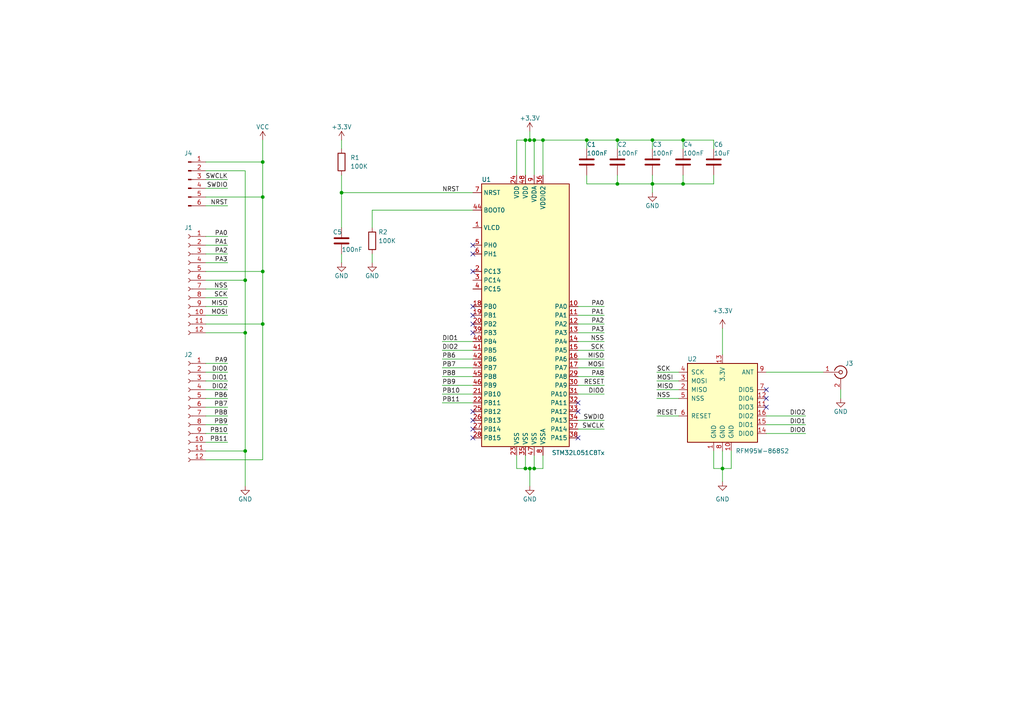
<source format=kicad_sch>
(kicad_sch (version 20211123) (generator eeschema)
  (paper "A4")
  (lib_symbols
    (symbol "Connector:Conn_01x06_Male" (pin_names (offset 1.016) hide)
      (property "Reference" "J" (at 0 7.62 0))
      (property "Value" "Conn_01x06_Male" (at 0 -10.16 0))
      (symbol "Conn_01x06_Male_1_1"
        (polyline (pts (xy 1.27 -7.62) (xy 0.8636 -7.62)) (stroke (width 0.1524)))
        (polyline (pts (xy 1.27 -5.08) (xy 0.8636 -5.08)) (stroke (width 0.1524)))
        (polyline (pts (xy 1.27 -2.54) (xy 0.8636 -2.54)) (stroke (width 0.1524)))
        (polyline (pts (xy 1.27 0) (xy 0.8636 0)) (stroke (width 0.1524)))
        (polyline (pts (xy 1.27 2.54) (xy 0.8636 2.54)) (stroke (width 0.1524)))
        (polyline (pts (xy 1.27 5.08) (xy 0.8636 5.08)) (stroke (width 0.1524)))
        (rectangle (start 0.8636 -7.493) (end 0 -7.747) (stroke (width 0.1524)) (fill (type outline)))
        (rectangle (start 0.8636 -4.953) (end 0 -5.207) (stroke (width 0.1524)) (fill (type outline)))
        (rectangle (start 0.8636 -2.413) (end 0 -2.667) (stroke (width 0.1524)) (fill (type outline)))
        (rectangle (start 0.8636 0.127) (end 0 -0.127) (stroke (width 0.1524)) (fill (type outline)))
        (rectangle (start 0.8636 2.667) (end 0 2.413) (stroke (width 0.1524)) (fill (type outline)))
        (rectangle (start 0.8636 5.207) (end 0 4.953) (stroke (width 0.1524)) (fill (type outline)))
        (pin passive line (at 5.08 5.08 180) (length 3.81) (name "Pin_1") (number "1"))
        (pin passive line (at 5.08 2.54 180) (length 3.81) (name "Pin_2") (number "2"))
        (pin passive line (at 5.08 0 180) (length 3.81) (name "Pin_3") (number "3"))
        (pin passive line (at 5.08 -2.54 180) (length 3.81) (name "Pin_4") (number "4"))
        (pin passive line (at 5.08 -5.08 180) (length 3.81) (name "Pin_5") (number "5"))
        (pin passive line (at 5.08 -7.62 180) (length 3.81) (name "Pin_6") (number "6"))
      )
    )
    (symbol "Connector:Conn_01x12_Female" (pin_names (offset 1.016) hide)
      (property "Reference" "J" (at 0 15.24 0))
      (property "Value" "Conn_01x12_Female" (at 0 -17.78 0))
      (symbol "Conn_01x12_Female_1_1"
        (arc (start 0 -14.732) (mid -0.508 -15.24) (end 0 -15.748) (stroke (width 0.1524)))
        (arc (start 0 -12.192) (mid -0.508 -12.7) (end 0 -13.208) (stroke (width 0.1524)))
        (arc (start 0 -9.652) (mid -0.508 -10.16) (end 0 -10.668) (stroke (width 0.1524)))
        (arc (start 0 -7.112) (mid -0.508 -7.62) (end 0 -8.128) (stroke (width 0.1524)))
        (arc (start 0 -4.572) (mid -0.508 -5.08) (end 0 -5.588) (stroke (width 0.1524)))
        (arc (start 0 -2.032) (mid -0.508 -2.54) (end 0 -3.048) (stroke (width 0.1524)))
        (polyline (pts (xy -1.27 -15.24) (xy -0.508 -15.24)) (stroke (width 0.1524)))
        (polyline (pts (xy -1.27 -12.7) (xy -0.508 -12.7)) (stroke (width 0.1524)))
        (polyline (pts (xy -1.27 -10.16) (xy -0.508 -10.16)) (stroke (width 0.1524)))
        (polyline (pts (xy -1.27 -7.62) (xy -0.508 -7.62)) (stroke (width 0.1524)))
        (polyline (pts (xy -1.27 -5.08) (xy -0.508 -5.08)) (stroke (width 0.1524)))
        (polyline (pts (xy -1.27 -2.54) (xy -0.508 -2.54)) (stroke (width 0.1524)))
        (polyline (pts (xy -1.27 0) (xy -0.508 0)) (stroke (width 0.1524)))
        (polyline (pts (xy -1.27 2.54) (xy -0.508 2.54)) (stroke (width 0.1524)))
        (polyline (pts (xy -1.27 5.08) (xy -0.508 5.08)) (stroke (width 0.1524)))
        (polyline (pts (xy -1.27 7.62) (xy -0.508 7.62)) (stroke (width 0.1524)))
        (polyline (pts (xy -1.27 10.16) (xy -0.508 10.16)) (stroke (width 0.1524)))
        (polyline (pts (xy -1.27 12.7) (xy -0.508 12.7)) (stroke (width 0.1524)))
        (arc (start 0 0.508) (mid -0.508 0) (end 0 -0.508) (stroke (width 0.1524)))
        (arc (start 0 3.048) (mid -0.508 2.54) (end 0 2.032) (stroke (width 0.1524)))
        (arc (start 0 5.588) (mid -0.508 5.08) (end 0 4.572) (stroke (width 0.1524)))
        (arc (start 0 8.128) (mid -0.508 7.62) (end 0 7.112) (stroke (width 0.1524)))
        (arc (start 0 10.668) (mid -0.508 10.16) (end 0 9.652) (stroke (width 0.1524)))
        (arc (start 0 13.208) (mid -0.508 12.7) (end 0 12.192) (stroke (width 0.1524)))
        (pin passive line (at -5.08 12.7 0) (length 3.81) (name "Pin_1") (number "1"))
        (pin passive line (at -5.08 -10.16 0) (length 3.81) (name "Pin_10") (number "10"))
        (pin passive line (at -5.08 -12.7 0) (length 3.81) (name "Pin_11") (number "11"))
        (pin passive line (at -5.08 -15.24 0) (length 3.81) (name "Pin_12") (number "12"))
        (pin passive line (at -5.08 10.16 0) (length 3.81) (name "Pin_2") (number "2"))
        (pin passive line (at -5.08 7.62 0) (length 3.81) (name "Pin_3") (number "3"))
        (pin passive line (at -5.08 5.08 0) (length 3.81) (name "Pin_4") (number "4"))
        (pin passive line (at -5.08 2.54 0) (length 3.81) (name "Pin_5") (number "5"))
        (pin passive line (at -5.08 0 0) (length 3.81) (name "Pin_6") (number "6"))
        (pin passive line (at -5.08 -2.54 0) (length 3.81) (name "Pin_7") (number "7"))
        (pin passive line (at -5.08 -5.08 0) (length 3.81) (name "Pin_8") (number "8"))
        (pin passive line (at -5.08 -7.62 0) (length 3.81) (name "Pin_9") (number "9"))
      )
    )
    (symbol "Connector:Conn_Coaxial" (pin_names (offset 1.016) hide)
      (property "Reference" "J" (at 0.254 3.048 0))
      (property "Value" "Conn_Coaxial" (at 2.921 0 90))
      (symbol "Conn_Coaxial_0_1"
        (arc (start -1.778 -0.508) (mid 0.2311 -1.8066) (end 1.778 0) (stroke (width 0.254)))
        (polyline (pts (xy -2.54 0) (xy -0.508 0)))
        (polyline (pts (xy 0 -2.54) (xy 0 -1.778)))
        (circle (center 0 0) (radius 0.508) (stroke (width 0.2032)))
        (arc (start 1.778 0) (mid 0.2099 1.8101) (end -1.778 0.508) (stroke (width 0.254)))
      )
      (symbol "Conn_Coaxial_1_1"
        (pin passive line (at -5.08 0 0) (length 2.54) (name "In") (number "1"))
        (pin passive line (at 0 -5.08 90) (length 2.54) (name "Ext") (number "2"))
      )
    )
    (symbol "Device:C" (pin_numbers hide) (pin_names (offset 0.254))
      (property "Reference" "C" (at 0.635 2.54 0))
      (property "Value" "C" (at 0.635 -2.54 0))
      (symbol "C_0_1"
        (polyline (pts (xy -2.032 -0.762) (xy 2.032 -0.762)) (stroke (width 0.508)))
        (polyline (pts (xy -2.032 0.762) (xy 2.032 0.762)) (stroke (width 0.508)))
      )
      (symbol "C_1_1"
        (pin passive line (at 0 3.81 270) (length 2.794) (name "~") (number "1"))
        (pin passive line (at 0 -3.81 90) (length 2.794) (name "~") (number "2"))
      )
    )
    (symbol "Device:R" (pin_numbers hide) (pin_names (offset 0))
      (property "Reference" "R" (at 2.032 0 90))
      (property "Value" "R" (at 0 0 90))
      (symbol "R_0_1"
        (rectangle (start -1.016 -2.54) (end 1.016 2.54) (stroke (width 0.254)))
      )
      (symbol "R_1_1"
        (pin passive line (at 0 3.81 270) (length 1.27) (name "~") (number "1"))
        (pin passive line (at 0 -3.81 90) (length 1.27) (name "~") (number "2"))
      )
    )
    (symbol "MCU_ST_STM32L0:STM32L051C8Tx"
      (property "Reference" "U" (at -12.7 39.37 0))
      (property "Value" "STM32L051C8Tx" (at 7.62 39.37 0))
      (symbol "STM32L051C8Tx_0_1"
        (rectangle (start -12.7 -38.1) (end 12.7 38.1) (stroke (width 0.254)) (fill (type background)))
      )
      (symbol "STM32L051C8Tx_1_1"
        (pin power_in line (at -15.24 25.4 0) (length 2.54) (name "VLCD") (number "1"))
        (pin bidirectional line (at 15.24 2.54 180) (length 2.54) (name "PA0") (number "10"))
        (pin bidirectional line (at 15.24 0 180) (length 2.54) (name "PA1") (number "11"))
        (pin bidirectional line (at 15.24 -2.54 180) (length 2.54) (name "PA2") (number "12"))
        (pin bidirectional line (at 15.24 -5.08 180) (length 2.54) (name "PA3") (number "13"))
        (pin bidirectional line (at 15.24 -7.62 180) (length 2.54) (name "PA4") (number "14"))
        (pin bidirectional line (at 15.24 -10.16 180) (length 2.54) (name "PA5") (number "15"))
        (pin bidirectional line (at 15.24 -12.7 180) (length 2.54) (name "PA6") (number "16"))
        (pin bidirectional line (at 15.24 -15.24 180) (length 2.54) (name "PA7") (number "17"))
        (pin bidirectional line (at -15.24 2.54 0) (length 2.54) (name "PB0") (number "18"))
        (pin bidirectional line (at -15.24 0 0) (length 2.54) (name "PB1") (number "19"))
        (pin bidirectional line (at -15.24 12.7 0) (length 2.54) (name "PC13") (number "2"))
        (pin bidirectional line (at -15.24 -2.54 0) (length 2.54) (name "PB2") (number "20"))
        (pin bidirectional line (at -15.24 -22.86 0) (length 2.54) (name "PB10") (number "21"))
        (pin bidirectional line (at -15.24 -25.4 0) (length 2.54) (name "PB11") (number "22"))
        (pin power_in line (at -2.54 -40.64 90) (length 2.54) (name "VSS") (number "23"))
        (pin power_in line (at -2.54 40.64 270) (length 2.54) (name "VDD") (number "24"))
        (pin bidirectional line (at -15.24 -27.94 0) (length 2.54) (name "PB12") (number "25"))
        (pin bidirectional line (at -15.24 -30.48 0) (length 2.54) (name "PB13") (number "26"))
        (pin bidirectional line (at -15.24 -33.02 0) (length 2.54) (name "PB14") (number "27"))
        (pin bidirectional line (at -15.24 -35.56 0) (length 2.54) (name "PB15") (number "28"))
        (pin bidirectional line (at 15.24 -17.78 180) (length 2.54) (name "PA8") (number "29"))
        (pin bidirectional line (at -15.24 10.16 0) (length 2.54) (name "PC14") (number "3"))
        (pin bidirectional line (at 15.24 -20.32 180) (length 2.54) (name "PA9") (number "30"))
        (pin bidirectional line (at 15.24 -22.86 180) (length 2.54) (name "PA10") (number "31"))
        (pin bidirectional line (at 15.24 -25.4 180) (length 2.54) (name "PA11") (number "32"))
        (pin bidirectional line (at 15.24 -27.94 180) (length 2.54) (name "PA12") (number "33"))
        (pin bidirectional line (at 15.24 -30.48 180) (length 2.54) (name "PA13") (number "34"))
        (pin power_in line (at 0 -40.64 90) (length 2.54) (name "VSS") (number "35"))
        (pin power_in line (at 5.08 40.64 270) (length 2.54) (name "VDDIO2") (number "36"))
        (pin bidirectional line (at 15.24 -33.02 180) (length 2.54) (name "PA14") (number "37"))
        (pin bidirectional line (at 15.24 -35.56 180) (length 2.54) (name "PA15") (number "38"))
        (pin bidirectional line (at -15.24 -5.08 0) (length 2.54) (name "PB3") (number "39"))
        (pin bidirectional line (at -15.24 7.62 0) (length 2.54) (name "PC15") (number "4"))
        (pin bidirectional line (at -15.24 -7.62 0) (length 2.54) (name "PB4") (number "40"))
        (pin bidirectional line (at -15.24 -10.16 0) (length 2.54) (name "PB5") (number "41"))
        (pin bidirectional line (at -15.24 -12.7 0) (length 2.54) (name "PB6") (number "42"))
        (pin bidirectional line (at -15.24 -15.24 0) (length 2.54) (name "PB7") (number "43"))
        (pin input line (at -15.24 30.48 0) (length 2.54) (name "BOOT0") (number "44"))
        (pin bidirectional line (at -15.24 -17.78 0) (length 2.54) (name "PB8") (number "45"))
        (pin bidirectional line (at -15.24 -20.32 0) (length 2.54) (name "PB9") (number "46"))
        (pin power_in line (at 2.54 -40.64 90) (length 2.54) (name "VSS") (number "47"))
        (pin power_in line (at 0 40.64 270) (length 2.54) (name "VDD") (number "48"))
        (pin input line (at -15.24 20.32 0) (length 2.54) (name "PH0") (number "5"))
        (pin input line (at -15.24 17.78 0) (length 2.54) (name "PH1") (number "6"))
        (pin input line (at -15.24 35.56 0) (length 2.54) (name "NRST") (number "7"))
        (pin power_in line (at 5.08 -40.64 90) (length 2.54) (name "VSSA") (number "8"))
        (pin power_in line (at 2.54 40.64 270) (length 2.54) (name "VDDA") (number "9"))
      )
    )
    (symbol "RF_Module:RFM95W-868S2" (pin_names (offset 1.016))
      (property "Reference" "U" (at -10.414 11.684 0))
      (property "Value" "RFM95W-868S2" (at 1.524 11.43 0))
      (symbol "RFM95W-868S2_0_1"
        (rectangle (start -10.16 10.16) (end 10.16 -12.7) (stroke (width 0.254)) (fill (type background)))
      )
      (symbol "RFM95W-868S2_1_1"
        (pin power_in line (at -2.54 -15.24 90) (length 2.54) (name "GND") (number "1"))
        (pin power_in line (at 2.54 -15.24 90) (length 2.54) (name "GND") (number "10"))
        (pin bidirectional line (at 12.7 -2.54 180) (length 2.54) (name "DIO3") (number "11"))
        (pin bidirectional line (at 12.7 0 180) (length 2.54) (name "DIO4") (number "12"))
        (pin power_in line (at 0 12.7 270) (length 2.54) (name "3.3V") (number "13"))
        (pin bidirectional line (at 12.7 -10.16 180) (length 2.54) (name "DIO0") (number "14"))
        (pin bidirectional line (at 12.7 -7.62 180) (length 2.54) (name "DIO1") (number "15"))
        (pin bidirectional line (at 12.7 -5.08 180) (length 2.54) (name "DIO2") (number "16"))
        (pin output line (at -12.7 2.54 0) (length 2.54) (name "MISO") (number "2"))
        (pin input line (at -12.7 5.08 0) (length 2.54) (name "MOSI") (number "3"))
        (pin input line (at -12.7 7.62 0) (length 2.54) (name "SCK") (number "4"))
        (pin input line (at -12.7 0 0) (length 2.54) (name "NSS") (number "5"))
        (pin bidirectional line (at -12.7 -5.08 0) (length 2.54) (name "RESET") (number "6"))
        (pin bidirectional line (at 12.7 2.54 180) (length 2.54) (name "DIO5") (number "7"))
        (pin power_in line (at 0 -15.24 90) (length 2.54) (name "GND") (number "8"))
        (pin bidirectional line (at 12.7 7.62 180) (length 2.54) (name "ANT") (number "9"))
      )
    )
    (symbol "power:+3.3V" (power) (pin_names (offset 0))
      (property "Value" "+3.3V" (at 0 3.556 0))
      (symbol "+3.3V_0_1"
        (polyline (pts (xy -0.762 1.27) (xy 0 2.54)))
        (polyline (pts (xy 0 0) (xy 0 2.54)))
        (polyline (pts (xy 0 2.54) (xy 0.762 1.27)))
      )
      (symbol "+3.3V_1_1"
        (pin power_in line (at 0 0 90) (length 0) hide (name "+3.3V") (number "1"))
      )
    )
    (symbol "power:GND" (power) (pin_names (offset 0))
      (property "Value" "GND" (at 0 -3.81 0))
      (symbol "GND_0_1"
        (polyline (pts (xy 0 0) (xy 0 -1.27) (xy 1.27 -1.27) (xy 0 -2.54) (xy -1.27 -1.27) (xy 0 -1.27)))
      )
      (symbol "GND_1_1"
        (pin power_in line (at 0 0 270) (length 0) hide (name "GND") (number "1"))
      )
    )
    (symbol "power:VCC" (power) (pin_names (offset 0))
      (property "Value" "VCC" (at 0 3.81 0))
      (symbol "VCC_0_1"
        (polyline (pts (xy -0.762 1.27) (xy 0 2.54)))
        (polyline (pts (xy 0 0) (xy 0 2.54)))
        (polyline (pts (xy 0 2.54) (xy 0.762 1.27)))
      )
      (symbol "VCC_1_1"
        (pin power_in line (at 0 0 90) (length 0) hide (name "VCC") (number "1"))
      )
    )
  )
  (junction (at 179.07 40.64))
  (junction (at 209.55 135.89))
  (junction (at 157.48 40.64))
  (junction (at 152.4 40.64))
  (junction (at 71.12 96.52))
  (junction (at 189.23 40.64))
  (junction (at 198.12 53.34))
  (junction (at 76.2 46.99))
  (junction (at 71.12 81.28))
  (junction (at 76.2 57.15))
  (junction (at 152.4 135.89))
  (junction (at 76.2 93.98))
  (junction (at 189.23 53.34))
  (junction (at 99.06 55.88))
  (junction (at 179.07 53.34))
  (junction (at 76.2 78.74))
  (junction (at 154.94 135.89))
  (junction (at 71.12 130.81))
  (junction (at 170.18 40.64))
  (junction (at 198.12 40.64))
  (junction (at 153.67 40.64))
  (junction (at 153.67 135.89))
  (junction (at 154.94 40.64))
  (no_connect (at 137.16 121.92))
  (no_connect (at 137.16 119.38))
  (no_connect (at 167.64 116.84))
  (no_connect (at 137.16 91.44))
  (no_connect (at 222.25 118.11))
  (no_connect (at 167.64 119.38))
  (no_connect (at 137.16 96.52))
  (no_connect (at 137.16 78.74))
  (no_connect (at 222.25 113.03))
  (no_connect (at 222.25 115.57))
  (no_connect (at 137.16 88.9))
  (no_connect (at 137.16 71.12))
  (no_connect (at 137.16 124.46))
  (no_connect (at 137.16 93.98))
  (no_connect (at 167.64 127))
  (no_connect (at 137.16 127))
  (no_connect (at 137.16 73.66))
  (wire (pts (xy 179.07 50.8) (xy 179.07 53.34)))
  (wire (pts (xy 153.67 40.64) (xy 154.94 40.64)))
  (wire (pts (xy 128.27 114.3) (xy 137.16 114.3)))
  (wire (pts (xy 154.94 135.89) (xy 153.67 135.89)))
  (wire (pts (xy 149.86 135.89) (xy 152.4 135.89)))
  (wire (pts (xy 157.48 132.08) (xy 157.48 135.89)))
  (wire (pts (xy 59.69 46.99) (xy 76.2 46.99)))
  (wire (pts (xy 128.27 109.22) (xy 137.16 109.22)))
  (wire (pts (xy 59.69 105.41) (xy 66.04 105.41)))
  (wire (pts (xy 170.18 40.64) (xy 179.07 40.64)))
  (wire (pts (xy 212.09 130.81) (xy 212.09 135.89)))
  (wire (pts (xy 59.69 130.81) (xy 71.12 130.81)))
  (wire (pts (xy 152.4 40.64) (xy 152.4 50.8)))
  (wire (pts (xy 175.26 106.68) (xy 167.64 106.68)))
  (wire (pts (xy 128.27 101.6) (xy 137.16 101.6)))
  (wire (pts (xy 71.12 130.81) (xy 71.12 140.97)))
  (wire (pts (xy 152.4 40.64) (xy 153.67 40.64)))
  (wire (pts (xy 167.64 96.52) (xy 175.26 96.52)))
  (wire (pts (xy 189.23 53.34) (xy 189.23 55.88)))
  (wire (pts (xy 190.5 107.95) (xy 196.85 107.95)))
  (wire (pts (xy 167.64 88.9) (xy 175.26 88.9)))
  (wire (pts (xy 71.12 49.53) (xy 71.12 81.28)))
  (wire (pts (xy 209.55 135.89) (xy 209.55 139.7)))
  (wire (pts (xy 222.25 125.73) (xy 233.68 125.73)))
  (wire (pts (xy 157.48 135.89) (xy 154.94 135.89)))
  (wire (pts (xy 76.2 46.99) (xy 76.2 57.15)))
  (wire (pts (xy 76.2 133.35) (xy 76.2 93.98)))
  (wire (pts (xy 243.84 113.03) (xy 243.84 115.57)))
  (wire (pts (xy 59.69 73.66) (xy 66.04 73.66)))
  (wire (pts (xy 209.55 95.25) (xy 209.55 102.87)))
  (wire (pts (xy 167.64 93.98) (xy 175.26 93.98)))
  (wire (pts (xy 154.94 40.64) (xy 157.48 40.64)))
  (wire (pts (xy 59.69 113.03) (xy 66.04 113.03)))
  (wire (pts (xy 167.64 101.6) (xy 175.26 101.6)))
  (wire (pts (xy 59.69 88.9) (xy 66.04 88.9)))
  (wire (pts (xy 99.06 40.64) (xy 99.06 43.18)))
  (wire (pts (xy 59.69 128.27) (xy 66.04 128.27)))
  (wire (pts (xy 128.27 111.76) (xy 137.16 111.76)))
  (wire (pts (xy 107.95 60.96) (xy 137.16 60.96)))
  (wire (pts (xy 76.2 93.98) (xy 76.2 78.74)))
  (wire (pts (xy 167.64 109.22) (xy 175.26 109.22)))
  (wire (pts (xy 71.12 81.28) (xy 71.12 96.52)))
  (wire (pts (xy 167.64 91.44) (xy 175.26 91.44)))
  (wire (pts (xy 198.12 53.34) (xy 189.23 53.34)))
  (wire (pts (xy 189.23 43.18) (xy 189.23 40.64)))
  (wire (pts (xy 207.01 135.89) (xy 209.55 135.89)))
  (wire (pts (xy 59.69 115.57) (xy 66.04 115.57)))
  (wire (pts (xy 154.94 132.08) (xy 154.94 135.89)))
  (wire (pts (xy 207.01 43.18) (xy 207.01 40.64)))
  (wire (pts (xy 198.12 43.18) (xy 198.12 40.64)))
  (wire (pts (xy 157.48 40.64) (xy 170.18 40.64)))
  (wire (pts (xy 59.69 118.11) (xy 66.04 118.11)))
  (wire (pts (xy 59.69 54.61) (xy 66.04 54.61)))
  (wire (pts (xy 222.25 120.65) (xy 233.68 120.65)))
  (wire (pts (xy 59.69 125.73) (xy 66.04 125.73)))
  (wire (pts (xy 59.69 107.95) (xy 66.04 107.95)))
  (wire (pts (xy 153.67 38.1) (xy 153.67 40.64)))
  (wire (pts (xy 107.95 60.96) (xy 107.95 66.04)))
  (wire (pts (xy 152.4 132.08) (xy 152.4 135.89)))
  (wire (pts (xy 179.07 43.18) (xy 179.07 40.64)))
  (wire (pts (xy 207.01 40.64) (xy 198.12 40.64)))
  (wire (pts (xy 207.01 130.81) (xy 207.01 135.89)))
  (wire (pts (xy 99.06 55.88) (xy 137.16 55.88)))
  (wire (pts (xy 207.01 50.8) (xy 207.01 53.34)))
  (wire (pts (xy 59.69 57.15) (xy 76.2 57.15)))
  (wire (pts (xy 154.94 40.64) (xy 154.94 50.8)))
  (wire (pts (xy 59.69 52.07) (xy 66.04 52.07)))
  (wire (pts (xy 128.27 106.68) (xy 137.16 106.68)))
  (wire (pts (xy 59.69 110.49) (xy 66.04 110.49)))
  (wire (pts (xy 179.07 40.64) (xy 189.23 40.64)))
  (wire (pts (xy 59.69 86.36) (xy 66.04 86.36)))
  (wire (pts (xy 167.64 114.3) (xy 175.26 114.3)))
  (wire (pts (xy 59.69 49.53) (xy 71.12 49.53)))
  (wire (pts (xy 222.25 107.95) (xy 238.76 107.95)))
  (wire (pts (xy 167.64 111.76) (xy 175.26 111.76)))
  (wire (pts (xy 71.12 96.52) (xy 71.12 130.81)))
  (wire (pts (xy 59.69 76.2) (xy 66.04 76.2)))
  (wire (pts (xy 198.12 40.64) (xy 189.23 40.64)))
  (wire (pts (xy 167.64 99.06) (xy 175.26 99.06)))
  (wire (pts (xy 59.69 120.65) (xy 66.04 120.65)))
  (wire (pts (xy 149.86 132.08) (xy 149.86 135.89)))
  (wire (pts (xy 99.06 66.04) (xy 99.06 55.88)))
  (wire (pts (xy 167.64 104.14) (xy 175.26 104.14)))
  (wire (pts (xy 179.07 53.34) (xy 189.23 53.34)))
  (wire (pts (xy 207.01 53.34) (xy 198.12 53.34)))
  (wire (pts (xy 222.25 123.19) (xy 233.68 123.19)))
  (wire (pts (xy 212.09 135.89) (xy 209.55 135.89)))
  (wire (pts (xy 128.27 116.84) (xy 137.16 116.84)))
  (wire (pts (xy 190.5 120.65) (xy 196.85 120.65)))
  (wire (pts (xy 59.69 68.58) (xy 66.04 68.58)))
  (wire (pts (xy 149.86 40.64) (xy 152.4 40.64)))
  (wire (pts (xy 59.69 81.28) (xy 71.12 81.28)))
  (wire (pts (xy 59.69 93.98) (xy 76.2 93.98)))
  (wire (pts (xy 128.27 104.14) (xy 137.16 104.14)))
  (wire (pts (xy 59.69 83.82) (xy 66.04 83.82)))
  (wire (pts (xy 149.86 40.64) (xy 149.86 50.8)))
  (wire (pts (xy 153.67 135.89) (xy 153.67 140.97)))
  (wire (pts (xy 157.48 40.64) (xy 157.48 50.8)))
  (wire (pts (xy 170.18 40.64) (xy 170.18 43.18)))
  (wire (pts (xy 59.69 59.69) (xy 66.04 59.69)))
  (wire (pts (xy 76.2 57.15) (xy 76.2 78.74)))
  (wire (pts (xy 59.69 123.19) (xy 66.04 123.19)))
  (wire (pts (xy 59.69 91.44) (xy 66.04 91.44)))
  (wire (pts (xy 76.2 40.64) (xy 76.2 46.99)))
  (wire (pts (xy 59.69 96.52) (xy 71.12 96.52)))
  (wire (pts (xy 107.95 73.66) (xy 107.95 76.2)))
  (wire (pts (xy 59.69 133.35) (xy 76.2 133.35)))
  (wire (pts (xy 209.55 130.81) (xy 209.55 135.89)))
  (wire (pts (xy 196.85 110.49) (xy 190.5 110.49)))
  (wire (pts (xy 167.64 121.92) (xy 175.26 121.92)))
  (wire (pts (xy 170.18 50.8) (xy 170.18 53.34)))
  (wire (pts (xy 196.85 115.57) (xy 190.5 115.57)))
  (wire (pts (xy 167.64 124.46) (xy 175.26 124.46)))
  (wire (pts (xy 189.23 50.8) (xy 189.23 53.34)))
  (wire (pts (xy 99.06 73.66) (xy 99.06 76.2)))
  (wire (pts (xy 59.69 71.12) (xy 66.04 71.12)))
  (wire (pts (xy 170.18 53.34) (xy 179.07 53.34)))
  (wire (pts (xy 128.27 99.06) (xy 137.16 99.06)))
  (wire (pts (xy 190.5 113.03) (xy 196.85 113.03)))
  (wire (pts (xy 99.06 50.8) (xy 99.06 55.88)))
  (wire (pts (xy 152.4 135.89) (xy 153.67 135.89)))
  (wire (pts (xy 59.69 78.74) (xy 76.2 78.74)))
  (wire (pts (xy 198.12 50.8) (xy 198.12 53.34)))
  (label "SWDIO" (at 175.26 121.92 180))
  (label "PB9" (at 66.04 123.19 180))
  (label "SCK" (at 66.04 86.36 180))
  (label "PB6" (at 128.27 104.14 0))
  (label "RESET" (at 190.5 120.65 0))
  (label "SCK" (at 175.26 101.6 180))
  (label "PA9" (at 66.04 105.41 180))
  (label "PA3" (at 66.04 76.2 180))
  (label "SWDIO" (at 66.04 54.61 180))
  (label "PB7" (at 66.04 118.11 180))
  (label "DIO1" (at 128.27 99.06 0))
  (label "PA2" (at 175.26 93.98 180))
  (label "PA0" (at 66.04 68.58 180))
  (label "DIO0" (at 175.26 114.3 180))
  (label "PA3" (at 175.26 96.52 180))
  (label "DIO0" (at 66.04 107.95 180))
  (label "NRST" (at 128.27 55.88 0))
  (label "DIO1" (at 233.68 123.19 180))
  (label "PB7" (at 128.27 106.68 0))
  (label "SCK" (at 190.5 107.95 0))
  (label "MISO" (at 190.5 113.03 0))
  (label "DIO2" (at 128.27 101.6 0))
  (label "PA1" (at 66.04 71.12 180))
  (label "DIO2" (at 233.68 120.65 180))
  (label "PB9" (at 128.27 111.76 0))
  (label "PB11" (at 66.04 128.27 180))
  (label "MISO" (at 175.26 104.14 180))
  (label "NRST" (at 66.04 59.69 180))
  (label "NSS" (at 190.5 115.57 0))
  (label "MOSI" (at 66.04 91.44 180))
  (label "MOSI" (at 190.5 110.49 0))
  (label "RESET" (at 175.26 111.76 180))
  (label "PA2" (at 66.04 73.66 180))
  (label "PA8" (at 175.26 109.22 180))
  (label "PB10" (at 66.04 125.73 180))
  (label "MOSI" (at 175.26 106.68 180))
  (label "MISO" (at 66.04 88.9 180))
  (label "PB10" (at 128.27 114.3 0))
  (label "PB8" (at 66.04 120.65 180))
  (label "PB6" (at 66.04 115.57 180))
  (label "PA1" (at 175.26 91.44 180))
  (label "DIO0" (at 233.68 125.73 180))
  (label "NSS" (at 66.04 83.82 180))
  (label "DIO1" (at 66.04 110.49 180))
  (label "PA0" (at 175.26 88.9 180))
  (label "PB8" (at 128.27 109.22 0))
  (label "NSS" (at 175.26 99.06 180))
  (label "SWCLK" (at 66.04 52.07 180))
  (label "SWCLK" (at 175.26 124.46 180))
  (label "PB11" (at 128.27 116.84 0))
  (label "DIO2" (at 66.04 113.03 180))
  (symbol (lib_id "Connector:Conn_01x12_Female") (at 54.61 81.28 0) (mirror y) (unit 1)
    (property "Reference" "J1" (at 55.88 66.04 0) (effects (justify left)))
    (property "Value" "Conn_01x12_Female" (effects hide))
    (property "Footprint" "Connector_PinSocket_2.54mm:PinSocket_1x12_P2.54mm_Vertical" (effects hide))
  )
  (symbol (lib_id "power:GND") (at 71.12 140.97 0) (unit 1)
    (property "Reference" "#PWR07" (effects hide))
    (property "Value" "GND" (at 71.12 144.78 0))
  )
  (symbol (lib_id "RF_Module:RFM95W-868S2") (at 209.55 115.57 0) (unit 1)
    (property "Reference" "U2" (at 199.39 104.14 0) (effects (justify left)))
    (property "Value" "RFM95W-868S2" (at 213.36 130.81 0) (effects (justify left)))
    (property "Footprint" "RF_Module:HOPERF_RFM9XW_SMD" (effects hide))
    (property "Datasheet" "https://www.hoperf.com/data/upload/portal/20181127/5bfcbea20e9ef.pdf" (effects hide))
  )
  (symbol (lib_id "Device:C") (at 189.23 46.99 0) (unit 1)
    (property "Reference" "C3" (at 189.23 41.91 0) (effects (justify left)))
    (property "Value" "100nF" (at 189.23 44.45 0) (effects (justify left)))
    (property "Footprint" "Capacitor_SMD:C_0603_1608Metric" (effects hide))
  )
  (symbol (lib_id "power:GND") (at 209.55 139.7 0) (unit 1)
    (property "Reference" "#PWR05" (effects hide))
    (property "Value" "GND" (at 209.55 144.78 0))
  )
  (symbol (lib_id "Device:R") (at 107.95 69.85 0) (unit 1)
    (property "Reference" "R2" (at 109.728 67.31 0) (effects (justify left)))
    (property "Value" "100K" (at 109.728 69.85 0) (effects (justify left)))
    (property "Footprint" "Resistor_SMD:R_0603_1608Metric" (effects hide))
  )
  (symbol (lib_id "Connector:Conn_Coaxial") (at 243.84 107.95 0) (unit 1)
    (property "Reference" "J3" (at 245.11 105.41 0) (effects (justify left)))
    (property "Value" "Conn_Coaxial" (effects hide))
    (property "Footprint" "Connector_Coaxial:SMA_Molex_73251-1153_EdgeMount_Horizontal" (effects hide))
    (property "Datasheet" " ~" (effects hide))
  )
  (symbol (lib_id "power:GND") (at 189.23 55.88 0) (unit 1)
    (property "Reference" "#PWR0103" (effects hide))
    (property "Value" "GND" (at 189.23 59.69 0))
  )
  (symbol (lib_id "MCU_ST_STM32L0:STM32L051C8Tx") (at 152.4 91.44 0) (unit 1)
    (property "Reference" "U1" (at 139.7 52.07 0) (effects (justify left)))
    (property "Value" "STM32L051C8Tx" (at 160.02 131.318 0) (effects (justify left)))
    (property "Footprint" "Package_QFP:LQFP-48_7x7mm_P0.5mm" (effects hide))
    (property "Datasheet" "http://www.st.com/st-web-ui/static/active/en/resource/technical/document/datasheet/DM00108219.pdf" (effects hide))
  )
  (symbol (lib_id "Device:C") (at 99.06 69.85 0) (unit 1)
    (property "Reference" "C5" (at 96.52 67.31 0) (effects (justify left)))
    (property "Value" "100nF" (at 99.06 72.39 0) (effects (justify left)))
    (property "Footprint" "Capacitor_SMD:C_0603_1608Metric" (effects hide))
  )
  (symbol (lib_id "power:GND") (at 153.67 140.97 0) (unit 1)
    (property "Reference" "#PWR0102" (effects hide))
    (property "Value" "GND" (at 153.67 144.78 0))
  )
  (symbol (lib_id "Device:C") (at 179.07 46.99 0) (unit 1)
    (property "Reference" "C2" (at 179.07 41.91 0) (effects (justify left)))
    (property "Value" "100nF" (at 179.07 44.45 0) (effects (justify left)))
    (property "Footprint" "Capacitor_SMD:C_0603_1608Metric" (effects hide))
  )
  (symbol (lib_id "Device:C") (at 207.01 46.99 0) (unit 1)
    (property "Reference" "C6" (at 207.01 41.91 0) (effects (justify left)))
    (property "Value" "10uF" (at 207.01 44.45 0) (effects (justify left)))
    (property "Footprint" "Capacitor_SMD:C_0805_2012Metric" (effects hide))
  )
  (symbol (lib_id "Device:R") (at 99.06 46.99 0) (unit 1)
    (property "Reference" "R1" (at 101.6 45.7199 0) (effects (justify left)))
    (property "Value" "100K" (at 101.6 48.2599 0) (effects (justify left)))
    (property "Footprint" "Resistor_SMD:R_0603_1608Metric" (effects hide))
  )
  (symbol (lib_id "power:GND") (at 243.84 115.57 0) (unit 1)
    (property "Reference" "#PWR08" (effects hide))
    (property "Value" "GND" (at 243.84 119.38 0))
  )
  (symbol (lib_id "Device:C") (at 198.12 46.99 0) (unit 1)
    (property "Reference" "C4" (at 198.12 41.91 0) (effects (justify left)))
    (property "Value" "100nF" (at 198.12 44.45 0) (effects (justify left)))
    (property "Footprint" "Capacitor_SMD:C_0603_1608Metric" (effects hide))
  )
  (symbol (lib_id "power:GND") (at 107.95 76.2 0) (unit 1)
    (property "Reference" "#PWR03" (effects hide))
    (property "Value" "GND" (at 107.95 80.01 0))
  )
  (symbol (lib_id "power:VCC") (at 76.2 40.64 0) (unit 1)
    (property "Reference" "#PWR06" (effects hide))
    (property "Value" "VCC" (at 76.2 36.83 0))
  )
  (symbol (lib_id "power:+3.3V") (at 209.55 95.25 0) (unit 1)
    (property "Reference" "#PWR04" (effects hide))
    (property "Value" "+3.3V" (at 209.55 90.17 0))
  )
  (symbol (lib_id "power:+3.3V") (at 153.67 38.1 0) (unit 1)
    (property "Reference" "#PWR0101" (effects hide))
    (property "Value" "+3.3V" (at 153.67 34.29 0))
  )
  (symbol (lib_id "power:GND") (at 99.06 76.2 0) (unit 1)
    (property "Reference" "#PWR02" (effects hide))
    (property "Value" "GND" (at 99.06 80.01 0))
  )
  (symbol (lib_id "Connector:Conn_01x06_Male") (at 54.61 52.07 0) (unit 1)
    (property "Reference" "J4" (at 54.61 44.45 0))
    (property "Value" "Conn_01x06_Male" (effects hide))
    (property "Footprint" "Connector_PinHeader_2.54mm:PinHeader_1x06_P2.54mm_Horizontal" (effects hide))
  )
  (symbol (lib_id "Connector:Conn_01x12_Female") (at 54.61 118.11 0) (mirror y) (unit 1)
    (property "Reference" "J2" (at 54.61 102.87 0))
    (property "Value" "Conn_01x12_Female" (effects hide))
    (property "Footprint" "Connector_PinSocket_2.54mm:PinSocket_1x12_P2.54mm_Vertical" (effects hide))
  )
  (symbol (lib_id "Device:C") (at 170.18 46.99 0) (unit 1)
    (property "Reference" "C1" (at 170.18 41.91 0) (effects (justify left)))
    (property "Value" "100nF" (at 170.18 44.45 0) (effects (justify left)))
    (property "Footprint" "Capacitor_SMD:C_0603_1608Metric" (effects hide))
  )
  (symbol (lib_id "power:+3.3V") (at 99.06 40.64 0) (unit 1)
    (property "Reference" "#PWR01" (effects hide))
    (property "Value" "+3.3V" (at 99.06 36.83 0))
  )
)
</source>
